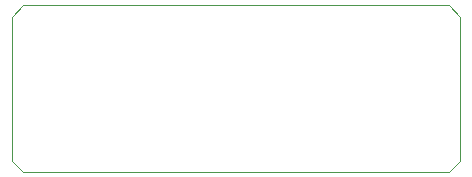
<source format=gm1>
%TF.GenerationSoftware,KiCad,Pcbnew,(5.1.6)-1*%
%TF.CreationDate,2020-08-02T04:50:32+09:00*%
%TF.ProjectId,DummyMic,44756d6d-794d-4696-932e-6b696361645f,rev?*%
%TF.SameCoordinates,Original*%
%TF.FileFunction,Profile,NP*%
%FSLAX46Y46*%
G04 Gerber Fmt 4.6, Leading zero omitted, Abs format (unit mm)*
G04 Created by KiCad (PCBNEW (5.1.6)-1) date 2020-08-02 04:50:32*
%MOMM*%
%LPD*%
G01*
G04 APERTURE LIST*
%TA.AperFunction,Profile*%
%ADD10C,0.050000*%
%TD*%
G04 APERTURE END LIST*
D10*
X176400000Y-79100000D02*
X175400000Y-80100000D01*
X175400000Y-65900000D02*
X176400000Y-66900000D01*
X139400000Y-65900000D02*
X138400000Y-66900000D01*
X139400000Y-80100000D02*
X138400000Y-79100000D01*
X175400000Y-65900000D02*
X139400000Y-65900000D01*
X176400000Y-79100000D02*
X176400000Y-66900000D01*
X139400000Y-80100000D02*
X175400000Y-80100000D01*
X138400000Y-66900000D02*
X138400000Y-79100000D01*
M02*

</source>
